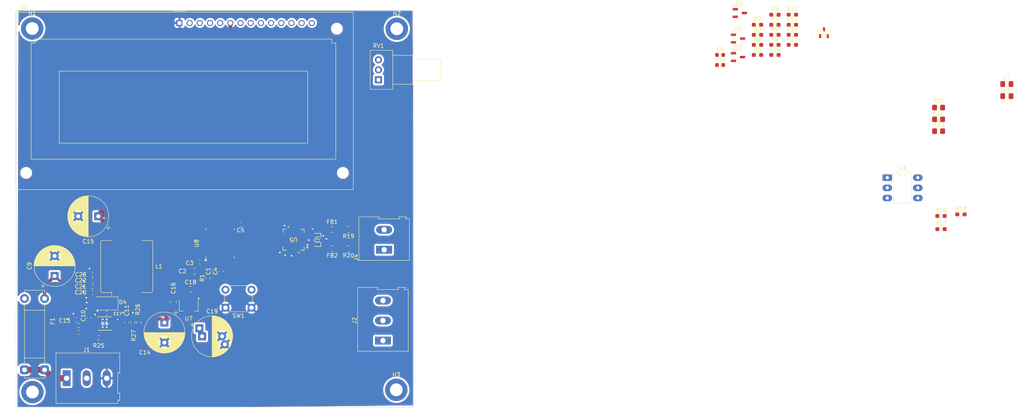
<source format=kicad_pcb>
(kicad_pcb (version 20241229) (generator "pcbnew") (generator_version "9.0")
  (layers (0 "F.Cu" signal) (2 "B.Cu" signal) (13 "F.Paste" user) (15 "B.Paste" user) (5 "F.SilkS" user "F.Silkscreen") (7 "B.SilkS" user "B.Silkscreen") (1 "F.Mask" user) (3 "B.Mask" user) (25 "Edge.Cuts" user))
  (net 0 "")
  (net 1 "GND")
  (net 2 "+3.3V")
  (net 3 "+5V")
  (net 4 "Net-(U5A-VIN-)")
  (net 5 "Net-(U5A-VIN+)")
  (net 6 "Net-(U6-COMP)")
  (net 7 "Net-(C12-Pad1)")
  (net 8 "Net-(U6-SS{slash}TR)")
  (net 9 "Net-(D4-K)")
  (net 10 "Net-(U6-BOOT)")
  (net 11 "24_DC")
  (net 12 "24_FUSED")
  (net 14 "NEUTRAL_FUSED")
  (net 15 "Net-(FB1-Pad1)")
  (net 16 "Net-(FB2-Pad1)")
  (net 18 "PO_GATE_THYR")
  (net 19 "Net-(J4-Pin_1)")
  (net 20 "Net-(J4-Pin_2)")
  (net 21 "I2C_SCL")
  (net 22 "I2C_SDA")
  (net 23 "Net-(R14-Pad2)")
  (net 24 "Net-(R15-Pad1)")
  (net 25 "Net-(R16-Pad2)")
  (net 26 "Net-(R17-Pad2)")
  (net 27 "Net-(R18-Pad2)")
  (net 28 "MD0_TEMP_CONTROL")
  (net 29 "Net-(U6-RT{slash}CLK)")
  (net 30 "Net-(U6-VSENSE)")
  (net 31 "Net-(U2-VO)")
  (net 32 "MDI_OCALERT")
  (net 33 "MDI_ALERT3")
  (net 34 "MDI_ALERT2")
  (net 35 "MDI_ALERT1")
  (net 36 "MDI_SCALERT")
  (net 37 "MDI_ALERT4")
  (net 41 "Net-(U8-NRST)")
  (net 42 "Net-(U2-RS)")
  (net 43 "Net-(U2-R{slash}W)")
  (net 44 "Net-(U2-DB4)")
  (net 45 "Net-(U2-DB3)")
  (net 46 "Net-(U2-DB5)")
  (net 47 "Net-(U2-DB6)")
  (net 48 "Net-(U8-PB9)")
  (net 49 "Net-(U2-DB0)")
  (net 50 "Net-(U2-DB1)")
  (net 51 "Net-(U2-DB2)")
  (net 52 "Net-(U2-DB7)")
  (footprint "MCP96:MQFN20_NU_MCH" (layer "F.Cu") (at 93.6 117.4175 180)
    (property "Reference" "U5")
    (property "Value" "MCP96L01-E/MX")
  )
  (footprint "Resistor_SMD:R_0603_1608Metric_Pad0.98x0.95mm_HandSolder" (layer "F.Cu") (at 213.66 71.27)
    (property "Reference" "R10")
    (property "Value" "5.1k")
  )
  (footprint "Package_DIP:DIP-6_W7.62mm_LongPads" (layer "F.Cu") (at 241.68 101.92)
    (property "Reference" "U3")
    (property "Value" "MOC3063M")
  )
  (footprint "Package_TO_SOT_SMD:SOT-23-3" (layer "F.Cu") (at 204.4625 67.175)
    (property "Reference" "D2")
    (property "Value" "PESD5V2S2UT")
  )
  (footprint "Resistor_SMD:R_0603_1608Metric_Pad0.98x0.95mm_HandSolder" (layer "F.Cu") (at 255.08 114.77)
    (property "Reference" "R17")
    (property "Value" "180R")
  )
  (footprint "Resistor_SMD:R_0603_1608Metric_Pad0.98x0.95mm_HandSolder" (layer "F.Cu") (at 213.66 68.76)
    (property "Reference" "R9")
    (property "Value" "5.1k")
  )
  (footprint "Resistor_SMD:R_0805_2012Metric_Pad1.20x1.40mm_HandSolder" (layer "F.Cu") (at 254.48 87.36)
    (property "Reference" "R22")
    (property "Value" "2.49M 1%")
  )
  (footprint "Inductor_SMD:L_Bourns_SRR1208_12.7x12.7mm" (layer "F.Cu") (at 52 124.1 90)
    (property "Reference" "L1")
    (property "Value" "47u")
  )
  (footprint "TerminalBlock:TerminalBlock_Altech_AK300-3_P5.00mm" (layer "F.Cu") (at 37 152)
    (property "Reference" "J1")
    (property "Value" "Screw_Terminal_01x03")
  )
  (footprint "Capacitor_SMD:C_0603_1608Metric" (layer "F.Cu") (at 80.38 113.594 180)
    (property "Reference" "C5")
    (property "Value" "100n")
  )
  (footprint "Capacitor_SMD:C_0603_1608Metric" (layer "F.Cu") (at 43.5 130.6 180)
    (property "Reference" "C20")
    (property "Value" "22u")
  )
  (footprint "PESD3V3S2UT:SOT23_NEX-L" (layer "F.Cu") (at 99.6 117.4675 -90)
    (property "Reference" "U1")
    (property "Value" "PESD3V3S2UT")
  )
  (footprint "TPS54140:DGQ10_1P88X1P57_TEX" (layer "F.Cu") (at 46.5 138.35)
    (property "Reference" "U6")
    (property "Value" "TPS54140ADGQ")
  )
  (footprint "Capacitor_THT:CP_Radial_D10.0mm_P5.00mm_P7.50mm" (layer "F.Cu") (at 70.785323 141.534)
    (property "Reference" "C19")
    (property "Value" "330u")
  )
  (footprint "Resistor_SMD:R_0603_1608Metric_Pad0.98x0.95mm_HandSolder" (layer "F.Cu") (at 209.31 66.25)
    (property "Reference" "R3")
    (property "Value" "5.1k")
  )
  (footprint "Capacitor_SMD:C_0603_1608Metric" (layer "F.Cu") (at 40 140.6 180)
    (property "Reference" "C12" (hide yes))
    (property "Value" "2.7n")
  )
  (footprint "Resistor_SMD:R_0603_1608Metric_Pad0.98x0.95mm_HandSolder" (layer "F.Cu") (at 45 141.85)
    (property "Reference" "R25")
    (property "Value" "255k")
  )
  (footprint "Resistor_SMD:R_0805_2012Metric_Pad1.20x1.40mm_HandSolder" (layer "F.Cu") (at 107.304 114.864 180)
    (property "Reference" "R19")
    (property "Value" "100R 1%")
  )
  (footprint "TerminalBlock:TerminalBlock_Altech_AK300-2_P5.00mm" (layer "F.Cu") (at 116.194 119.915 90)
    (property "Reference" "J4")
    (property "Value" "Screw_Terminal_01x02")
  )
  (footprint "Capacitor_SMD:C_0603_1608Metric" (layer "F.Cu") (at 39.5 137.35 180)
    (property "Reference" "C13")
    (property "Value" "6.8n")
  )
  (footprint "Resistor_SMD:R_0603_1608Metric_Pad0.98x0.95mm_HandSolder" (layer "F.Cu") (at 209.31 68.76)
    (property "Reference" "R4")
    (property "Value" "5.1k")
  )
  (footprint "Capacitor_SMD:C_0603_1608Metric" (layer "F.Cu") (at 47 135.8)
    (property "Reference" "C17")
    (property "Value" "100n")
  )
  (footprint "MountingHole:MountingHole_3.2mm_M3_DIN965_Pad" (layer "F.Cu") (at 119.2276 154.8892)
    (property "Reference" "H3")
    (property "Value" "MountingHole")
  )
  (footprint "MountingHole:MountingHole_3.2mm_M3_DIN965_Pad" (layer "F.Cu") (at 28.4226 64.6684)
    (property "Reference" "H1")
    (property "Value" "MountingHole")
  )
  (footprint "Capacitor_SMD:C_0603_1608Metric" (layer "F.Cu") (at 75.554 125.278 90)
    (property "Reference" "C4")
    (property "Value" "100n")
  )
  (footprint "TerminalBlock:TerminalBlock_Altech_AK300-3_P5.00mm" (layer "F.Cu") (at 115.9 142.6 90)
    (property "Reference" "J2")
    (property "Value" "Screw_Terminal_01x03")
  )
  (footprint "Resistor_SMD:R_0805_2012Metric_Pad1.20x1.40mm_HandSolder" (layer "F.Cu") (at 254.48 84.41)
    (property "Reference" "R21")
    (property "Value" "2M 1%")
  )
  (footprint "MountingHole:MountingHole_3.2mm_M3_DIN965_Pad" (layer "F.Cu") (at 28.4734 155.448)
    (property "Reference" "H4" (hide yes))
    (property "Value" "MountingHole")
  )
  (footprint "Capacitor_SMD:C_0805_2012Metric_Pad1.18x1.45mm_HandSolder" (layer "F.Cu") (at 271.507502 81.55)
    (property "Reference" "C8")
    (property "Value" "0805 100n")
  )
  (footprint "Resistor_SMD:R_0603_1608Metric_Pad0.98x0.95mm_HandSolder" (layer "F.Cu") (at 213.66 61.23)
    (property "Reference" "R6")
    (property "Value" "20k")
  )
  (footprint "Resistor_SMD:R_0603_1608Metric_Pad0.98x0.95mm_HandSolder" (layer "F.Cu") (at 260.06 111.09)
    (property "Reference" "R18")
    (property "Value" "390R")
  )
  (footprint "Capacitor_SMD:C_0603_1608Metric" (layer "F.Cu") (at 70.22 122.992)
    (property "Reference" "C3")
    (property "Value" "100n")
  )
  (footprint "Resistor_SMD:R_0603_1608Metric_Pad0.98x0.95mm_HandSolder" (layer "F.Cu") (at 53.5 138.1 90)
    (property "Reference" "R27")
    (property "Value" "10k")
  )
  (footprint "MountingHole:MountingHole_3.2mm_M3_DIN965_Pad" (layer "F.Cu") (at 119.3546 64.7446)
    (property "Reference" "H2")
    (property "Value" "MountingHole")
  )
  (footprint "Resistor_SMD:R_0805_2012Metric_Pad1.20x1.40mm_HandSolder" (layer "F.Cu") (at 254.48 90.31)
    (property "Reference" "R23")
    (property "Value" "487k 1%")
  )
  (footprint "PESD3V3S2UT:SOT23_NEX-L" (layer "F.Cu") (at 225.89 65.68)
    (property "Reference" "U1")
    (property "Value" "PESD3V3S2UT")
  )
  (footprint "Package_TO_SOT_SMD:SOT-23-3" (layer "F.Cu") (at 204.4625 71.8)
    (property "Reference" "D3")
    (property "Value" "PESD5V2S2UT")
  )
  (footprint "Capacitor_SMD:C_0805_2012Metric_Pad1.18x1.45mm_HandSolder" (layer "F.Cu") (at 67.9 129.8 180)
    (property "Reference" "C18")
    (property "Value" "10u")
  )
  (footprint "Potentiometer_THT:Potentiometer_Alps_RK09Y11_Single_Horizontal" (layer "F.Cu") (at 114.778 77.486 180)
    (property "Reference" "RV1")
    (property "Value" "R_Potentiometer")
  )
  (footprint "Resistor_SMD:R_0603_1608Metric_Pad0.98x0.95mm_HandSolder" (layer "F.Cu") (at 209.31 63.74)
    (property "Reference" "R2")
    (property "Value" "10k")
  )
  (footprint "Capacitor_THT:CP_Radial_D10.0mm_P5.00mm" (layer "F.Cu") (at 44.901677 111.562 180)
    (property "Reference" "C15")
    (property "Value" "330u")
  )
  (footprint "Resistor_SMD:R_0603_1608Metric_Pad0.98x0.95mm_HandSolder" (layer "F.Cu") (at 218.01 66.25)
    (property "Reference" "R13")
    (property "Value" "5.1k")
  )
  (footprint "Resistor_SMD:R_0603_1608Metric_Pad0.98x0.95mm_HandSolder" (layer "F.Cu") (at 40 138.85 180)
    (property "Reference" "R24" (hide yes))
    (property "Value" "105k")
  )
  (footprint "Resistor_SMD:R_0603_1608Metric_Pad0.98x0.95mm_HandSolder" (layer "F.Cu") (at 218.01 63.74)
    (property "Reference" "R12")
    (property "Value" "5.1k")
  )
  (footprint "Capacitor_SMD:C_0603_1608Metric" (layer "F.Cu") (at 199.98 71.27)
    (property "Reference" "C6")
    (property "Value" "100n")
  )
  (footprint "Capacitor_SMD:C_0603_1608Metric" (layer "F.Cu") (at 42.6 136.9 90)
    (property "Reference" "C10")
    (property "Value" "4.7u")
  )
  (footprint "Package_QFP:LQFP-32_7x7mm_P0.8mm" (layer "F.Cu") (at 75.3 118.3 90)
    (property "Reference" "U8")
    (property "Value" "STM32L010K4Tx")
  )
  (footprint "Resistor_SMD:R_0603_1608Metric_Pad0.98x0.95mm_HandSolder" (layer "F.Cu") (at 255.08 111.48)
    (property "Reference" "R16")
    (property "Value" "180R")
  )
  (footprint "Capacitor_SMD:C_0805_2012Metric_Pad1.18x1.45mm_HandSolder" (layer "F.Cu") (at 63.6 133 -90)
    (property "Reference" "C16")
    (property "Value" "10u")
  )
  (footprint "Capacitor_SMD:C_0603_1608Metric" (layer "F.Cu") (at 52 138.1 90)
    (property "Reference" "C11")
    (property "Value" "6.8p")
  )
  (footprint "Capacitor_SMD:C_0603_1608Metric" (layer "F.Cu") (at 73.776 125.265 90)
    (property "Reference" "C1")
    (property "Value" "100n")
  )
  (footprint "Capacitor_THT:CP_Radial_D10.0mm_P5.00mm" (layer "F.Cu") (at 34 126.467677 90)
    (property "Reference" "C9")
    (property "Value" "330u")
  )
  (footprint "Capacitor_SMD:C_0603_1608Metric" (layer "F.Cu") (at 43.5 127.6 180)
    (property "Reference" "C22")
    (property "Value" "22u")
  )
  (footprint "Capacitor_SMD:C_0805_2012Metric_Pad1.18x1.45mm_HandSolder" (layer "F.Cu") (at 103.24 119.69 180)
    (property "Reference" "FB2")
    (property "Value" "FerriteBead")
  )
  (footprint "Diode_SMD:D_SMA" (layer "F.Cu") (at 46.3 133.3 180)
    (property "Reference" "D4")
    (property "Value" "SS24")
  )
  (footprint "Capacitor_SMD:C_0603_1608Metric" (layer "F.Cu") (at 43.5 126.1 180)
    (property "Reference" "C23")
    (property "Value" "22u")
  )
  (footprint "Capacitor_THT:CP_Radial_D10.0mm_P5.00mm" (layer "F.Cu") (at 61.4 138.1 -90)
    (property "Reference" "C14")
    (property "Value" "330u")
  )
  (footprint "Resistor_SMD:R_0603_1608Metric_Pad0.98x0.95mm_HandSolder" (layer "F.Cu") (at 218.01 68.76)
    (property "Reference" "R15")
    (property "Value" "5.1k")
  )
  (footprint "Capacitor_SMD:C_0805_2012Metric_Pad1.18x1.45mm_HandSolder" (layer "F.Cu") (at 68.95 125.278)
    (property "Reference" "C2")
    (property "Value" "10u")
  )
  (footprint "Capacitor_SMD:C_0805_2012Metric_Pad1.18x1.45mm_HandSolder" (layer "F.Cu") (at 103.24 114.864 180)
    (property "Reference" "FB1")
    (property "Value" "FerriteBead")
  )
  (footprint "Resistor_SMD:R_0603_1608Metric_Pad0.98x0.95mm_HandSolder" (layer "F.Cu") (at 55 138.1 -90)
    (property "Reference" "R26")
    (property "Value" "52.3k")
  )
  (footprint "Fuse:Fuseholder_Clip-5x20mm_Bel_FC-203-22_Lateral_P17.80x5.00mm_D1.17mm_Horizontal" (layer "F.Cu") (at 26.5 149.9 90)
    (property "Reference" "F1")
    (property "Value" "Fuse")
  )
  (footprint "Resistor_SMD:R_0603_1608Metric_Pad0.98x0.95mm_HandSolder" (layer "F.Cu") (at 209.31 71.27)
    (property "Reference" "R5")
    (property "Value" "20k")
  )
  (footprint "Capacitor_SMD:C_0805_2012Metric_Pad1.18x1.45mm_HandSolder" (layer "F.Cu") (at 271.507502 78.54)
    (property "Reference" "C7")
    (property "Value" "0805 1u")
  )
  (footprint "Package_TO_SOT_SMD:SOT-89-3" (layer "F.Cu") (at 67.4625 133.9 -90)
    (property "Reference" "U7")
    (property "Value" "AX1007E33A")
  )
  (footprint "Package_TO_SOT_SMD:SOT-23-3" (layer "F.Cu") (at 204.9 60.8)
    (property "Reference" "D1")
    (property "Value" "PESD5V2S2UT")
  )
  (footprint "Resistor_SMD:R_0603_1608Metric_Pad0.98x0.95mm_HandSolder" (layer "F.Cu") (at 213.66 63.74)
    (property "Reference" "R7")
    (property "Value" "5.1k")
  )
  (footprint "Capacitor_SMD:C_0603_1608Metric" (layer "F.Cu") (at 43.5 129.11 180)
    (property "Reference" "C21")
    (property "Value" "22u")
  )
  (footprint "Resistor_SMD:R_0603_1608Metric_Pad0.98x0.95mm_HandSolder" (layer "F.Cu") (at 218.01 61.23)
    (property "Reference" "R11")
    (property "Value" "5.1k")
  )
  (footprint "Resistor_SMD:R_0805_2012Metric_Pad1.20x1.40mm_HandSolder" (layer "F.Cu") (at 107.304 119.69 180)
    (property "Reference" "R20")
    (property "Value" "100R 1%")
  )
  (footprint "Capacitor_SMD:C_0603_1608Metric" (layer "F.Cu") (at 199.98 73.78)
    (property "Reference" "R14")
    (property "Value" "5.1k")
  )
  (footprint "Display:LM16255" (layer "F.Cu") (at 65.14 63.302)
    (property "Reference" "U2")
    (property "Value" "WH1602B-TMI-CT")
  )
  (footprint "Resistor_SMD:R_0603_1608Metric_Pad0.98x0.95mm_HandSolder" (layer "F.Cu") (at 72.252 126.9525 90)
    (property "Reference" "R1")
    (property "Value" "10k")
  )
  (footprint "Resistor_SMD:R_0603_1608Metric_Pad0.98x0.95mm_HandSolder" (layer "F.Cu") (at 213.66 66.25)
    (property "Reference" "R8")
    (property "Value" "5.1k")
  )
  (footprint "Button_Switch_THT:SW_PUSH_6mm" (layer "F.Cu") (at 83.122 134.386 180)
    (property "Reference" "SW1")
    (property "Value" "SW_Push")
  )
  (gr_rect (start 24.4602 60.198) (end 123.4602 159.198) (stroke (width 0.1)) (fill no) (layer "Edge.Cuts"))
  (via (at 46 137.3) (size 0.8) (drill 0.4) (layers "F.Cu" "B.Cu") (net 1))
  (via (at 51.1 135.6) (size 0.8) (drill 0.4) (layers "F.Cu" "B.Cu") (net 1))
  (via (at 91.3 113.9175) (size 0.8) (drill 0.4) (layers "F.Cu" "B.Cu") (net 1))
  (via (at 42.7 124.6) (size 0.8) (drill 0.4) (layers "F.Cu" "B.Cu") (net 1))
  (via (at 47 138.3) (size 0.8) (drill 0.4) (layers "F.Cu" "B.Cu") (net 1))
  (via (at 90.2 120.6175) (size 0.8) (drill 0.4) (layers "F.Cu" "B.Cu") (net 1))
  (via (at 38.7 135.9) (size 0.8) (drill 0.4) (layers "F.Cu" "B.Cu") (net 1))
  (via (at 93.1 121.4175) (size 0.8) (drill 0.4) (layers "F.Cu" "B.Cu") (net 1))
  (via (at 37.1 137.3) (size 0.8) (drill 0.4) (layers "F.Cu" "B.Cu") (net 1))
  (via (at 44.1 136.1) (size 0.8) (drill 0.4) (layers "F.Cu" "B.Cu") (net 1))
  (via (at 91.5 121.3175) (size 0.8) (drill 0.4) (layers "F.Cu" "B.Cu") (net 1))
  (via (at 46 138.3) (size 0.8) (drill 0.4) (layers "F.Cu" "B.Cu") (net 1))
  (via (at 44.7 135.2) (size 0.8) (drill 0.4) (layers "F.Cu" "B.Cu") (net 1))
  (via (at 41.2 127.6) (size 0.8) (drill 0.4) (layers "F.Cu" "B.Cu") (net 1))
  (via (at 97.4 117.5175) (size 0.8) (drill 0.4) (layers "F.Cu" "B.Cu") (net 1))
  (via (at 101.8 117.2) (size 0.8) (drill 0.4) (layers "F.Cu" "B.Cu") (net 1))
  (via (at 41.9 134.6) (size 0.8) (drill 0.4) (layers "F.Cu" "B.Cu") (net 1))
  (via (at 42 133.1) (size 0.8) (drill 0.4) (layers "F.Cu" "B.Cu") (net 1))
  (via (at 53.5 135.6) (size 0.8) (drill 0.4) (layers "F.Cu" "B.Cu") (net 1))
  (via (at 41.2 126.1) (size 0.8) (drill 0.4) (layers "F.Cu" "B.Cu") (net 1))
  (via (at 47 137.3) (size 0.8) (drill 0.4) (layers "F.Cu" "B.Cu") (net 1))
  (via (at 46 139.3) (size 0.8) (drill 0.4) (layers "F.Cu" "B.Cu") (net 1))
  (via (at 47 139.3) (size 0.8) (drill 0.4) (layers "F.Cu" "B.Cu") (net 1))
  (via (at 41.9 131.9) (size 0.8) (drill 0.4) (layers "F.Cu" "B.Cu") (net 1))
  (via (at 41.2 129.1) (size 0.8) (drill 0.4) (layers "F.Cu" "B.Cu") (net 1))
  (via (at 41.2 130.5) (size 0.8) (drill 0.4) (layers "F.Cu" "B.Cu") (net 1))
  (via (at 101 116.4175) (size 0.8) (drill 0.4) (layers "F.Cu" "B.Cu") (net 1))
  (segment (start 61.8 131.8) (end 61.8 137.7) (width 0.8) (layer "F.Cu") (net 3))
  (segment (start 56.6 116.4) (end 61.8 121.6) (width 0.8) (layer "F.Cu") (net 3))
  (segment (start 61.4 138.1) (end 61.4 137.5) (width 0.8) (layer "F.Cu") (net 3))
  (segment (start 61.4 137.5) (end 61.8 137.1) (width 0.8) (layer "F.Cu") (net 3))
  (segment (start 61.8 131.8) (end 61.95 131.95) (width 0.8) (layer "F.Cu") (net 3))
  (segment (start 61.8 137.7) (end 61.4 138.1) (width 0.8) (layer "F.Cu") (net 3))
  (segment (start 77.84 66.26) (end 77.84 63.3185) (width 1) (layer "F.Cu") (net 3))
  (segment (start 44.901677 111.562) (end 48.4 115.060323) (width 1) (layer "F.Cu") (net 3))
  (segment (start 44.901677 111.562) (end 45.074 111.562) (width 2) (layer "F.Cu") (net 3))
  (segment (start 48.4 115.060323) (end 48.4 115.5) (width 1) (layer "F.Cu") (net 3))
  (segment (start 77.84 78.796) (end 77.84 66.26) (width 2) (layer "F.Cu") (net 3))
  (segment (start 45 126.1) (end 52 119.1) (width 1.5) (layer "F.Cu") (net 3))
  (segment (start 44.275 130.6) (end 44.275 126.1) (width 0.8) (layer "F.Cu") (net 3))
  (segment (start 77.84 63.3185) (end 77.89 63.2685) (width 1) (layer "F.Cu") (net 3))
  (segment (start 44.275 126.1) (end 45 126.1) (width 1.5) (layer "F.Cu") (net 3))
  (segment (start 61.8 121.6) (end 61.8 131.8) (width 0.8) (layer "F.Cu") (net 3))
  (segment (start 55.7 115.5) (end 56.6 116.4) (width 0.8) (layer "F.Cu") (net 3))
  (segment (start 55 137.1875) (end 60.4875 137.1875) (width 0.8) (layer "F.Cu") (net 3))
  (segment (start 48.4 115.5) (end 55.7 115.5) (width 0.8) (layer "F.Cu") (net 3))
  (segment (start 60.4875 137.1875) (end 61.4 138.1) (width 0.8) (layer "F.Cu") (net 3))
  (segment (start 61.8 137.1) (end 61.8 137.7) (width 0.8) (layer "F.Cu") (net 3))
  (segment (start 44.275 126.1) (end 44.275 119.625) (width 0.8) (layer "F.Cu") (net 3))
  (segment (start 61.95 131.95) (end 65.9625 131.95) (width 0.8) (layer "F.Cu") (net 3))
  (segment (start 45.074 111.562) (end 77.84 78.796) (width 2) (layer "F.Cu") (net 3))
  (segment (start 44.275 119.625) (end 48.4 115.5) (width 0.8) (layer "F.Cu") (net 3))
  (segment (start 61.4 138.1) (end 62.35 137.15) (width 0.8) (layer "F.Cu") (net 3))
  (segment (start 51.475 138.35) (end 48.674999 138.35) (width 0.25) (layer "F.Cu") (net 6))
  (segment (start 52 138.875) (end 51.475 138.35) (width 0.25) (layer "F.Cu") (net 6))
  (segment (start 39.0875 138.85) (end 39.0875 138.9125) (width 0.25) (layer "F.Cu") (net 7))
  (segment (start 39.0875 138.9125) (end 40.775 140.6) (width 0.25) (layer "F.Cu") (net 7))
  (segment (start 40.275 138.2125) (end 40.9125 138.85) (width 0.25) (layer "F.Cu") (net 8))
  (segment (start 40.9125 138.85) (end 44.325001 138.849999) (width 0.25) (layer "F.Cu") (net 8))
  (segment (start 40.275 137.35) (end 40.275 138.2125) (width 0.25) (layer "F.Cu") (net 8))
  (segment (start 44.675001 137.349999) (end 44.325001 137.349999) (width 0.25) (layer "F.Cu") (net 10))
  (segment (start 46.25 135.775) (end 44.675001 137.349999) (width 0.25) (layer "F.Cu") (net 10))
  (segment (start 46.25 135.6) (end 46.25 135.775) (width 0.25) (layer "F.Cu") (net 10))
  (segment (start 31.5 149.9) (end 26.5 149.9) (width 1.5) (layer "F.Cu") (net 11))
  (segment (start 33.6 152) (end 31.5 149.9) (width 1.5) (layer "F.Cu") (net 11))
  (segment (start 37 152) (end 33.6 152) (width 1.5) (layer "F.Cu") (net 11))
  (segment (start 40.225 135.1) (end 40.225 132.625) (width 0.6) (layer "F.Cu") (net 12))
  (segment (start 40.225 135.3) (end 42.3 137.375) (width 0.3) (layer "F.Cu") (net 12))
  (segment (start 31.5 128.967677) (end 34 126.467677) (width 0.8) (layer "F.Cu") (net 12))
  (segment (start 42.3 137.375) (end 42.5 137.375) (width 0.3) (layer "F.Cu") (net 12))
  (segment (start 40.225 135.1) (end 40.225 135.3) (width 0.3) (layer "F.Cu") (net 12))
  (segment (start 31.5 132.1) (end 31.5 128.967677) (width 0.8) (layer "F.Cu") (net 12))
  (segment (start 34.067677 126.467677) (end 34 126.467677) (width 0.6) (layer "F.Cu") (net 12))
  (segment (start 42.975001 137.850001) (end 42.5 137.375) (width 0.25) (layer "F.Cu") (net 12))
  (segment (start 44.325001 137.850001) (end 42.975001 137.850001) (width 0.25) (layer "F.Cu") (net 12))
  (segment (start 40.225 132.625) (end 34.067677 126.467677) (width 0.6) (layer "F.Cu") (net 12))
  (segment (start 93.423916 122.1995) (end 94.249999 121.373417) (width 0.254) (layer "F.Cu") (net 21))
  (segment (start 94.249999 121.373417) (end 94.249999 119.8408) (width 0.254) (layer "F.Cu") (net 21))
  (segment (start 79.475 120.3) (end 88.776584 120.3) (width 0.254) (layer "F.Cu") (net 21))
  (segment (start 88.776584 120.3) (end 90.676084 122.1995) (width 0.254) (layer "F.Cu") (net 21))
  (segment (start 90.676084 122.1995) (end 93.423916 122.1995) (width 0.254) (layer "F.Cu") (net 21))
  (segment (start 44.325001 141.612499) (end 44.0875 141.85) (width 0.25) (layer "F.Cu") (net 29))
  (segment (start 44.325001 139.350001) (end 44.325001 141.612499) (width 0.25) (layer "F.Cu") (net 29))
  (segment (start 50.462997 139.651) (end 49.661996 138.849999) (width 0.25) (layer "F.Cu") (net 30))
  (segment (start 49.661996 138.849999) (end 48.674999 138.849999) (width 0.25) (layer "F.Cu") (net 30))
  (segment (start 52.8615 139.651) (end 50.462997 139.651) (width 0.25) (layer "F.Cu") (net 30))
  (segment (start 53.5 139.0125) (end 52.8615 139.651) (width 0.25) (layer "F.Cu") (net 30))
  (segment (start 53.5 139.0125) (end 55 139.0125) (width 0.25) (layer "F.Cu") (net 30))
  (zone (net 9) (net_name "Net-(D4-K)") (layer "F.Cu") (priority 1) (connect_pads (clearance 0.5)) (min_thickness 0.25) (fill yes (thermal_gap 0.5) (thermal_bridge_width 0.5))
    (polygon (pts (xy 48.5 131.9) (xy 47.2 131.9) (xy 48.5 131.1) (xy 55.5 131) (xy 55.5 131.1) (xy 53 131.9)))
  )
  (zone (net 9) (net_name "Net-(D4-K)") (layer "F.Cu") (priority 2) (connect_pads yes (clearance 0.5)) (min_thickness 0.25) (fill yes (thermal_gap 0.5) (thermal_bridge_width 0.5))
    (polygon (pts (xy 48.045029 137.306433) (xy 47.38808 135.753642) (xy 47.2 135.764705) (xy 47.2 131.8) (xy 50.1 131.8) (xy 50.1 136.34) (xy 49.4 136.7) (xy 49.4 137.5)))
  )
  (zone (net 1) (net_name "GND") (layers "F.Cu" "B.Cu") (connect_pads (clearance 0.5)) (min_thickness 0.25) (fill yes (thermal_gap 0.5) (thermal_bridge_width 0.5))
    (polygon (pts (xy 25 59.75) (xy 24.749373 159.75) (xy 123.75 158.75) (xy 123.251255 59.749377) (xy 24.25 59.75)))
  )
)
</source>
